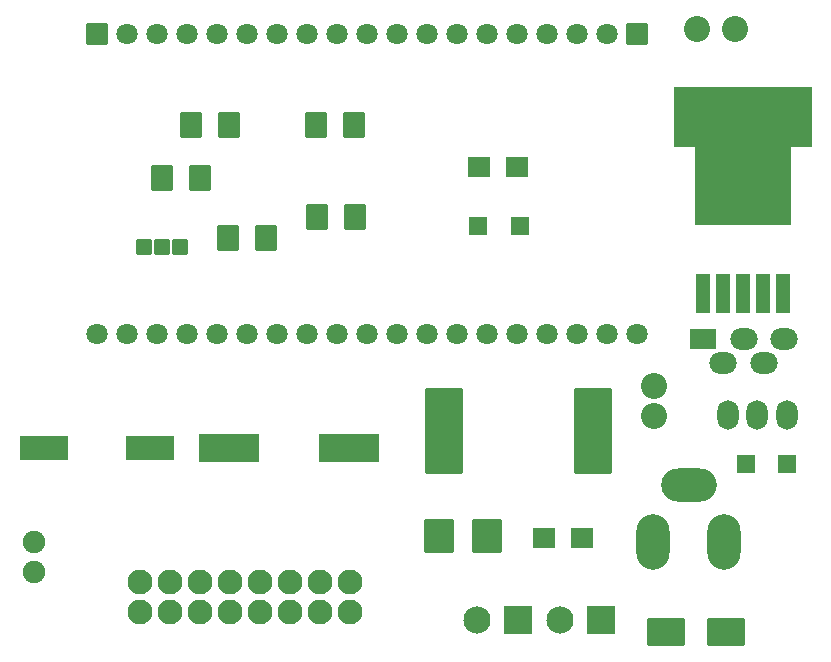
<source format=gts>
G04 Layer: TopSolderMaskLayer*
G04 EasyEDA v6.5.23, 2023-04-09 10:26:07*
G04 330b7c5f45e04ff093bb28af9a5d1234,10*
G04 Gerber Generator version 0.2*
G04 Scale: 100 percent, Rotated: No, Reflected: No *
G04 Dimensions in millimeters *
G04 leading zeros omitted , absolute positions ,4 integer and 5 decimal *
%FSLAX45Y45*%
%MOMM*%

%AMMACRO1*1,1,$1,$2,$3*1,1,$1,$4,$5*1,1,$1,0-$2,0-$3*1,1,$1,0-$4,0-$5*20,1,$1,$2,$3,$4,$5,0*20,1,$1,$4,$5,0-$2,0-$3,0*20,1,$1,0-$2,0-$3,0-$4,0-$5,0*20,1,$1,0-$4,0-$5,$2,$3,0*4,1,4,$2,$3,$4,$5,0-$2,0-$3,0-$4,0-$5,$2,$3,0*%
%AMMACRO2*4,1,8,-4.0513,-5.8318,-4.0513,0.7722,-5.8293,0.7722,-5.8293,5.8318,5.8293,5.8318,5.8293,0.7722,4.0513,0.7722,4.0513,-5.8318,-4.0513,-5.8318,0*%
%AMMACRO3*4,1,4,-1.1024,-0.8522,-1.1024,0.8522,1.1024,0.8522,1.1024,-0.8522,-1.1024,-0.8522,0*%
%ADD10MACRO1,0.2032X0.55X0.55X0.55X-0.55*%
%ADD11MACRO1,0.2032X0.8001X-1X-0.8001X-1*%
%ADD12MACRO1,0.2032X-1.5X1.1X1.5X1.1*%
%ADD13C,1.9016*%
%ADD14MACRO1,0.1016X-0.7501X0.7501X0.7501X0.7501*%
%ADD15MACRO1,0.1016X-0.7499X0.7501X0.7499X0.7501*%
%ADD16MACRO1,0.1016X-0.9X0.8X0.9X0.8*%
%ADD17MACRO1,0.2032X1.1X-1.1X-1.1X-1.1*%
%ADD18C,2.3016*%
%ADD19C,2.2032*%
%ADD20C,2.1016*%
%ADD21MACRO1,0.2032X-1.5X3.5X1.5X3.5*%
%ADD22MACRO1,0.1016X2.5X-1.15X-2.5X-1.15*%
%ADD23MACRO1,0.1016X-2X1X2X1*%
%ADD24C,1.8016*%
%ADD25MACRO1,0.1016X-0.85X-0.85X-0.85X0.85*%
%ADD26MACRO1,0.1016X-0.85X0.85X0.85X0.85*%
%ADD27MACRO1,0.1016X-0.575X-1.6X-0.575X1.6*%
%ADD28MACRO2*%
%ADD29MACRO1,0.2032X1.145X-1.36X-1.145X-1.36*%
%ADD30O,4.703191X2.8031948000000004*%
%ADD31O,2.8031948000000004X4.703191*%
%ADD32O,1.8031968X2.5031954*%
%ADD33MACRO1,0.2032X-0.8001X1X0.8001X1*%
%ADD34MACRO3*%
%ADD35O,2.3031957999999997X1.8532094000000001*%
%ADD36C,5.2032*%

%LPD*%
D10*
G01*
X1574801Y3848100D03*
G01*
X1422401Y3848100D03*
G01*
X1270001Y3848100D03*
D11*
G01*
X1427505Y4432300D03*
G01*
X1747504Y4432300D03*
D12*
G01*
X5689600Y584200D03*
G01*
X6197600Y584200D03*
D13*
G01*
X342900Y1092200D03*
G01*
X342900Y1346200D03*
D14*
G01*
X4102100Y4025900D03*
D15*
G01*
X4453242Y4025671D03*
D16*
G01*
X4429394Y4519599D03*
G01*
X4109399Y4519599D03*
D17*
G01*
X5140693Y685800D03*
D18*
G01*
X4790719Y685800D03*
D17*
G01*
X4437951Y685871D03*
D18*
G01*
X4087977Y685871D03*
D19*
G01*
X6274104Y5691403D03*
D20*
G01*
X3015234Y1004620D03*
G01*
X3015234Y750620D03*
G01*
X2761234Y1004620D03*
G01*
X2761259Y750646D03*
G01*
X2507234Y1004620D03*
G01*
X2507234Y750620D03*
G01*
X2253234Y1004620D03*
G01*
X2253259Y750646D03*
G01*
X1999234Y1004620D03*
G01*
X1999234Y750620D03*
G01*
X1745234Y1004620D03*
G01*
X1745234Y750620D03*
G01*
X1491234Y1004620D03*
G01*
X1491234Y750620D03*
G01*
X1237234Y1004620D03*
G01*
X1237259Y750646D03*
D21*
G01*
X3815003Y2286000D03*
G01*
X5074996Y2286000D03*
D22*
G01*
X1991906Y2146301D03*
G01*
X3011893Y2146301D03*
D23*
G01*
X426313Y2146300D03*
G01*
X1326286Y2146300D03*
D24*
G01*
X5194325Y3111500D03*
G01*
X4940325Y3111500D03*
G01*
X4686325Y3111500D03*
G01*
X4432325Y3111500D03*
G01*
X4178325Y3111500D03*
G01*
X3924325Y3111500D03*
G01*
X3670325Y3111500D03*
G01*
X3416325Y3111500D03*
G01*
X3162325Y3111500D03*
G01*
X2908325Y3111500D03*
G01*
X2654325Y3111500D03*
G01*
X2400325Y3111500D03*
G01*
X2146325Y3111500D03*
G01*
X1892325Y3111500D03*
G01*
X1638325Y3111500D03*
G01*
X4940325Y5651500D03*
G01*
X4686325Y5651500D03*
G01*
X4432325Y5651500D03*
G01*
X4178325Y5651500D03*
G01*
X3924325Y5651500D03*
G01*
X3670325Y5651500D03*
G01*
X3416325Y5651500D03*
G01*
X3162325Y5651500D03*
G01*
X2908325Y5651500D03*
G01*
X2654325Y5651500D03*
G01*
X2400325Y5651500D03*
G01*
X2146325Y5651500D03*
G01*
X1892325Y5651500D03*
G01*
X1638325Y5651500D03*
G01*
X5194325Y5651500D03*
G01*
X1384325Y3111500D03*
G01*
X1130325Y3111500D03*
G01*
X5448325Y3111500D03*
D25*
G01*
X5448300Y5651512D03*
D24*
G01*
X1384325Y5651500D03*
G01*
X1130325Y5651500D03*
G01*
X876325Y3111500D03*
D26*
G01*
X876313Y5651498D03*
D27*
G01*
X6683997Y3443462D03*
G01*
X6513817Y3443462D03*
G01*
X6173457Y3443462D03*
G01*
X6343637Y3443462D03*
G01*
X6003277Y3443462D03*
D28*
G01*
X6343650Y4616704D03*
D29*
G01*
X4177604Y1397000D03*
G01*
X3772603Y1397000D03*
D30*
G01*
X5885179Y1826260D03*
D31*
G01*
X6184900Y1346200D03*
G01*
X5585459Y1346200D03*
D32*
G01*
X6214262Y2425674D03*
G01*
X6464274Y2425674D03*
G01*
X6714261Y2425674D03*
D19*
G01*
X5588050Y2413000D03*
G01*
X5588025Y2667000D03*
D33*
G01*
X3056544Y4094104D03*
G01*
X2736545Y4094104D03*
D11*
G01*
X2727998Y4876800D03*
G01*
X3047997Y4876800D03*
G01*
X1673910Y4876800D03*
G01*
X1993910Y4876800D03*
G01*
X1986305Y3924300D03*
G01*
X2306304Y3924300D03*
D14*
G01*
X6367144Y2006828D03*
D15*
G01*
X6718287Y2006600D03*
D16*
G01*
X4978389Y1384300D03*
G01*
X4658395Y1384300D03*
D19*
G01*
X5953785Y5690438D03*
D34*
G01*
X6008877Y3061588D03*
D35*
G01*
X6348856Y3061614D03*
G01*
X6178854Y2861614D03*
G01*
X6518859Y2861614D03*
G01*
X6688861Y3061614D03*
D36*
G01*
X6343700Y4864100D03*
M02*

</source>
